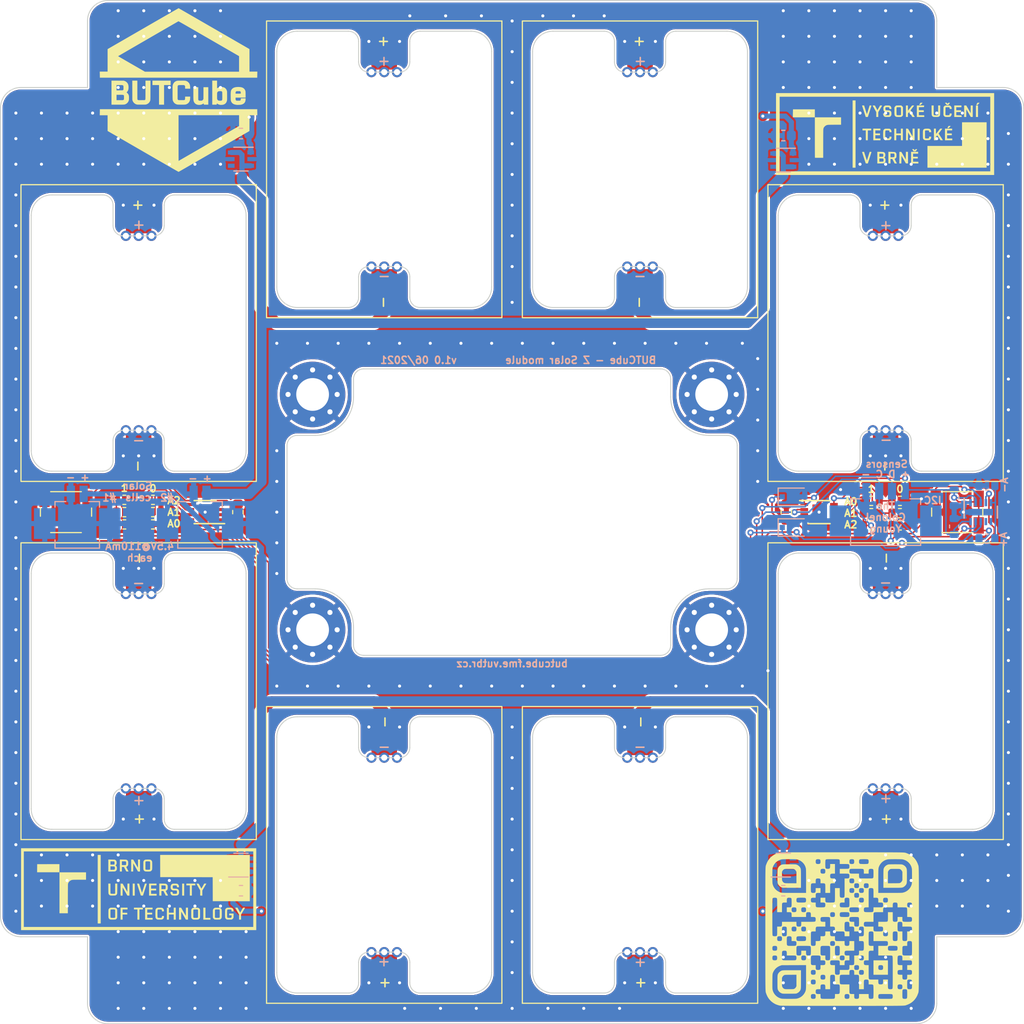
<source format=kicad_pcb>
(kicad_pcb (version 20210623) (generator pcbnew)

  (general
    (thickness 1.6)
  )

  (paper "A4")
  (title_block
    (title "BUTCube - Solar module Z")
    (date "2021-06-04")
    (rev "v1.0")
    (company "VUT")
    (comment 1 "Author: Petr Malaník")
  )

  (layers
    (0 "F.Cu" signal)
    (31 "B.Cu" signal)
    (34 "B.Paste" user)
    (35 "F.Paste" user)
    (36 "B.SilkS" user "B.Silkscreen")
    (37 "F.SilkS" user "F.Silkscreen")
    (38 "B.Mask" user)
    (39 "F.Mask" user)
    (40 "Dwgs.User" user "User.Drawings")
    (41 "Cmts.User" user "User.Comments")
    (42 "Eco1.User" user "User.Eco1")
    (43 "Eco2.User" user "User.Eco2")
    (44 "Edge.Cuts" user)
    (45 "Margin" user)
    (46 "B.CrtYd" user "B.Courtyard")
    (47 "F.CrtYd" user "F.Courtyard")
    (48 "B.Fab" user)
    (49 "F.Fab" user)
    (50 "User.1" user)
    (51 "User.2" user)
  )

  (setup
    (stackup
      (layer "F.SilkS" (type "Top Silk Screen"))
      (layer "F.Paste" (type "Top Solder Paste"))
      (layer "F.Mask" (type "Top Solder Mask") (color "Green") (thickness 0.01))
      (layer "F.Cu" (type "copper") (thickness 0.035))
      (layer "dielectric 1" (type "core") (thickness 1.51) (material "FR4") (epsilon_r 4.5) (loss_tangent 0.02))
      (layer "B.Cu" (type "copper") (thickness 0.035))
      (layer "B.Mask" (type "Bottom Solder Mask") (color "Green") (thickness 0.01))
      (layer "B.Paste" (type "Bottom Solder Paste"))
      (layer "B.SilkS" (type "Bottom Silk Screen"))
      (copper_finish "None")
      (dielectric_constraints no)
    )
    (pad_to_mask_clearance 0.06)
    (solder_mask_min_width 0.105)
    (pcbplotparams
      (layerselection 0x00010f0_ffffffff)
      (disableapertmacros false)
      (usegerberextensions true)
      (usegerberattributes true)
      (usegerberadvancedattributes false)
      (creategerberjobfile false)
      (svguseinch false)
      (svgprecision 6)
      (excludeedgelayer true)
      (plotframeref false)
      (viasonmask false)
      (mode 1)
      (useauxorigin false)
      (hpglpennumber 1)
      (hpglpenspeed 20)
      (hpglpendiameter 15.000000)
      (dxfpolygonmode true)
      (dxfimperialunits true)
      (dxfusepcbnewfont true)
      (psnegative false)
      (psa4output false)
      (plotreference false)
      (plotvalue false)
      (plotinvisibletext false)
      (sketchpadsonfab false)
      (subtractmaskfromsilk false)
      (outputformat 1)
      (mirror false)
      (drillshape 0)
      (scaleselection 1)
      (outputdirectory "gerbers")
    )
  )

  (net 0 "")
  (net 1 "Net-(C1-Pad1)")
  (net 2 "GND")
  (net 3 "Net-(C2-Pad1)")
  (net 4 "Net-(C3-Pad1)")
  (net 5 "Net-(C4-Pad1)")
  (net 6 "VCC")
  (net 7 "/PH_1")
  (net 8 "/PH_2")
  (net 9 "/Solar_unit_1/OUT")
  (net 10 "/SDA")
  (net 11 "/SCL")
  (net 12 "/Solar_unit_3/OUT")
  (net 13 "Net-(R2-Pad2)")
  (net 14 "Net-(R4-Pad2)")
  (net 15 "Net-(R6-Pad2)")
  (net 16 "Net-(R10-Pad1)")
  (net 17 "Net-(R11-Pad2)")
  (net 18 "Net-(R13-Pad2)")
  (net 19 "Net-(R15-Pad2)")
  (net 20 "Net-(SC1-Pad2)")
  (net 21 "Net-(SC3-Pad2)")
  (net 22 "Net-(SC5-Pad2)")
  (net 23 "Net-(SC7-Pad2)")
  (net 24 "unconnected-(U1-Pad3)")
  (net 25 "unconnected-(U2-Pad3)")
  (net 26 "unconnected-(U3-Pad6)")
  (net 27 "unconnected-(U3-Pad7)")

  (footprint "TCY_solar:SM141K04L" (layer "F.Cu") (at 114.5 76.5 -90))

  (footprint "MountingHole:MountingHole_3.2mm_M3_Pad_Via" (layer "F.Cu") (at 131.5 105.5))

  (footprint "TCY_solar:SM141K04L" (layer "F.Cu") (at 163.5 60.5 -90))

  (footprint "TCY_smd_leds:VEMD5160X" (layer "F.Cu") (at 107.4 94 90))

  (footprint "TCY_solar:SM141K04L" (layer "F.Cu") (at 187.5 111.5 90))

  (footprint "MountingHole:MountingHole_3.2mm_M3_Pad_Via" (layer "F.Cu") (at 131.5 82.5))

  (footprint "LOGO" (layer "F.Cu") (at 114.5 130.85))

  (footprint "TCY_passives:R_0603_1608Metric" (layer "F.Cu") (at 188.9 95.3))

  (footprint "Package_DFN_QFN:DFN-8-1EP_3x2mm_P0.5mm_EP1.3x1.5mm" (layer "F.Cu") (at 121 94 180))

  (footprint "TCY_solar:SM141K04L" (layer "F.Cu") (at 114.5 111.5 90))

  (footprint "TCY_solar:SM141K04L" (layer "F.Cu") (at 138.5 60.5 -90))

  (footprint "LOGO" (layer "F.Cu") (at 118.4 52.75))

  (footprint "TCY_smd_leds:VEMD5160X" (layer "F.Cu") (at 194.5 94 -90))

  (footprint "TCY_passives:R_0603_1608Metric" (layer "F.Cu") (at 188.9 94.1))

  (footprint "TCY_solar:SM141K04L" (layer "F.Cu") (at 138.5 127.5 90))

  (footprint "LOGO" (layer "F.Cu")
    (tedit 0) (tstamp 54c3c86d-c900-421b-9fa7-0ac2208e0810)
    (at 183.25 134.75)
    (attr board_only exclude_from_pos_files exclude_from_bom)
    (fp_text reference "G***" (at 0 0) (layer "F.SilkS") hide
      (effects (font (size 1.524 1.524) (thickness 0.3)))
      (tstamp 916817b3-6d27-470d-bc54-fa487ae74e27)
    )
    (fp_text value "LOGO" (at 0.75 0) (layer "F.SilkS") hide
      (effects (font (size 1.524 1.524) (thickness 0.3)))
      (tstamp 8000b8d1-79c5-437f-a04b-61ad80989c3c)
    )
    (fp_poly (pts (xy 4.477607 4.464161)
      (xy 3.065749 4.464161)
      (xy 3.065749 3.758232)
      (xy 3.536368 3.758232)
      (xy 3.53944 3.834849)
      (xy 3.550021 3.890655)
      (xy 3.570163 3.931174)
      (xy 3.601917 3.961928)
      (xy 3.615336 3.970902)
      (xy 3.651051 3.983384)
      (xy 3.704663 3.991117)
      (xy 3.767588 3.99404)
      (xy 3.831242 3.99209)
      (xy 3.887041 3.985205)
      (xy 3.926401 3.973324)
      (xy 3.92675 3.973145)
      (xy 3.962874 3.947069)
      (xy 3.987104 3.909891)
      (xy 4.001149 3.857039)
      (xy 4.006716 3.783939)
      (xy 4.006988 3.758232)
      (xy 4.003002 3.672821)
      (xy 3.98891 3.610145)
      (xy 3.961511 3.56701)
      (xy 3.917603 3.540224)
      (xy 3.853985 3.526594)
      (xy 3.771059 3.522922)
      (xy 3.685648 3.527293)
      (xy 3.622863 3.542462)
      (xy 3.579626 3.571513)
      (xy 3.552862 3.61753)
      (xy 3.539495 3.683597)
      (xy 3.536368 3.758232)
      (xy 3.065749 3.758232)
      (xy 3.065749 3.052303)
      (xy 4.477607 3.052303)) (layer "F.SilkS") (width 0) (fill solid) (tstamp 184c652b-e067-4d67-adfe-c82b168ba530))
    (fp_poly (pts (xy 2.512506 -7.503028)
      (xy 2.848563 -7.502987)
      (xy 3.163002 -7.5029)
      (xy 3.456578 -7.502757)
      (xy 3.730043 -7.502548)
      (xy 3.984152 -7.502263)
      (xy 4.219658 -7.50189)
      (xy 4.437314 -7.501421)
      (xy 4.637875 -7.500843)
      (xy 4.822094 -7.500148)
      (xy 4.990724 -7.499324)
      (xy 5.144519 -7.498362)
      (xy 5.284232 -7.49725)
      (xy 5.410618 -7.495979)
      (xy 5.524429 -7.494537)
      (xy 5.62642 -7.492916)
      (xy 5.717344 -7.491103)
      (xy 5.797955 -7.48909)
      (xy 5.869005 -7.486864)
      (xy 5.931249 -7.484417)
      (xy 5.985441 -7.481738)
      (xy 6.032334 -7.478816)
      (xy 6.072681 -7.47564)
      (xy 6.107236 -7.472201)
      (xy 6.136753 -7.468489)
      (xy 6.161986 -7.464492)
      (xy 6.183687 -7.4602)
      (xy 6.202611 -7.455603)
      (xy 6.219511 -7.450691)
      (xy 6.235141 -7.445453)
      (xy 6.250253 -7.439879)
      (xy 6.265603 -7.433958)
      (xy 6.281944 -7.427681)
      (xy 6.300028 -7.421035)
      (xy 6.315057 -7.415848)
      (xy 6.517963 -7.334306)
      (xy 6.705542 -7.231061)
      (xy 6.876645 -7.10726)
      (xy 7.030126 -6.964053)
      (xy 7.164836 -6.802586)
      (xy 7.279627 -6.624007)
      (xy 7.373353 -6.429463)
      (xy 7.415848 -6.315057)
      (xy 7.422773 -6.295187)
      (xy 7.429323 -6.277621)
      (xy 7.435509 -6.261606)
      (xy 7.44134 -6.246389)
      (xy 7.446827 -6.231216)
      (xy 7.45198 -6.215332)
      (xy 7.456811 -6.197986)
      (xy 7.461328 -6.178422)
      (xy 7.465543 -6.155888)
      (xy 7.469467 -6.129629)
      (xy 7.473108 -6.098893)
      (xy 7.476478 -6.062926)
      (xy 7.479588 -6.020974)
      (xy 7.482447 -5.972283)
      (xy 7.485066 -5.9161)
      (xy 7.487455 -5.851671)
      (xy 7.489625 -5.778243)
      (xy 7.491586 -5.695062)
      (xy 7.493349 -5.601375)
      (xy 7.494923 -5.496427)
      (xy 7.49632 -5.379466)
      (xy 7.49755 -5.249737)
      (xy 7.498622 -5.106488)
      (xy 7.499548 -4.948964)
      (xy 7.500338 -4.776412)
      (xy 7.501002 -4.588078)
      (xy 7.501551 -4.38321)
      (xy 7.501994 -4.161052)
      (xy 7.502343 -3.920852)
      (xy 7.502608 -3.661855)
      (xy 7.502799 -3.383309)
      (xy 7.502927 -3.08446)
      (xy 7.503001 -2.764554)
      (xy 7.503033 -2.422838)
      (xy 7.503033 -2.058558)
      (xy 7.50301 -1.67096)
      (xy 7.502977 -1.25929)
      (xy 7.502942 -0.822796)
      (xy 7.502916 -0.360724)
      (xy 7.502909 0)
      (xy 7.502921 0.481586)
      (xy 7.50295 0.937034)
      (xy 7.502986 1.367096)
      (xy 7.503018 1.772526)
      (xy 7.503035 2.154078)
      (xy 7.503029 2.512506)
      (xy 7.502987 2.848563)
      (xy 7.5029 3.163002)
      (xy 7.502757 3.456578)
      (xy 7.502548 3.730043)
      (xy 7.502262 3.984152)
      (xy 7.50189 4.219658)
      (xy 7.501421 4.437314)
      (xy 7.500843 4.637875)
      (xy 7.500148 4.822094)
      (xy 7.499324 4.990724)
      (xy 7.498362 5.144519)
      (xy 7.49725 5.284232)
      (xy 7.495979 5.410618)
      (xy 7.494537 5.524429)
      (xy 7.492916 5.62642)
      (xy 7.491103 5.717344)
      (xy 7.48909 5.797955)
      (xy 7.486864 5.869005)
      (xy 7.484417 5.931249)
      (xy 7.481738 5.985441)
      (xy 7.478815 6.032334)
      (xy 7.47564 6.072681)
      (xy 7.472201 6.107236)
      (xy 7.468489 6.136753)
      (xy 7.464492 6.161986)
      (xy 7.4602 6.183687)
      (xy 7.455603 6.202611)
      (xy 7.450691 6.219511)
      (xy 7.445453 6.235141)
      (xy 7.439879 6.250253)
      (xy 7.433958 6.265603)
      (xy 7.42768 6.281944)
      (xy 7.421035 6.300028)
      (xy 7.415848 6.315057)
      (xy 7.334306 6.517963)
      (xy 7.231061 6.705542)
      (xy 7.10726 6.876645)
      (xy 6.964053 7.030126)
      (xy 6.802586 7.164836)
      (xy 6.624006 7.279627)
      (xy 6.429463 7.373353)
      (xy 6.315057 7.415848)
      (xy 6.295204 7.422769)
      (xy 6.277659 7.429315)
      (xy 6.26167 7.435497)
      (xy 6.246483 7.441325)
      (xy 6.231346 7.44681)
      (xy 6.215506 7.451962)
      (xy 6.198211 7.45679)
      (xy 6.178707 7.461306)
      (xy 6.156243 7.465518)
      (xy 6.130066 7.469438)
      (xy 6.099423 7.473076)
      (xy 6.063561 7.476441)
      (xy 6.021727 7.479545)
      (xy 5.973169 7.482397)
      (xy 5.917135 7.485007)
      (xy 5.852871 7.487385)
      (xy 5.779625 7.489543)
      (xy 5.696644 7.491489)
      (xy 5.603176 7.493235)
      (xy 5.498467 7.49479)
      (xy 5.381766 7.496165)
      (xy 5.252319 7.49737)
      (xy 5.109374 7.498414)
      (xy 4.952178 7.499309)
      (xy 4.779979 7.500064)
      (xy 4.592024 7.50069)
      (xy 4.387559 7.501196)
      (xy 4.165833 7.501594)
      (xy 3.926093 7.501892)
      (xy 3.667586 7.502102)
      (xy 3.389559 7.502234)
      (xy 3.09126 7.502298)
      (xy 2.771936 7.502303)
      (xy 2.430835 7.50226)
      (xy 2.067203 7.50218)
      (xy 1.680288 7.502073)
      (xy 1.269338 7.501948)
      (xy 0.833599 7.501817)
      (xy 0.372319 7.501688)
      (xy -0.013446 7.501595)
      (xy -0.49848 7.501478)
      (xy -0.957331 7.501345)
      (xy -1.390711 7.501196)
      (xy -1.799329 7.501026)
      (xy -2.183897 7.500835)
      (xy -2.545124 7.500618)
      (xy -2.883721 7.500375)
      (xy -3.200398 7.500102)
      (xy -3.495867 7.499798)
      (xy -3.770837 7.499459)
      (xy -4.026018 7.499084)
      (xy -4.262122 7.49867)
      (xy -4.479858 7.498215)
      (xy -4.679938 7.497716)
      (xy -4.86307 7.497172)
      (xy -5.029967 7.496578)
      (xy -5.181338 7.495934)
      (xy -5.317893 7.495237)
      (xy -5.440344 7.494485)
      (xy -5.5494 7.493674)
      (xy -5.645773 7.492803)
      (xy -5.730171 7.49187)
      (xy -5.803307 7.490872)
      (xy -5.86589 7.489806)
      (xy -5.91863 7.48867)
      (xy -5.962239 7.487462)
      (xy -5.997426 7.48618)
      (xy -6.024903 7.48482)
      (xy -6.045378 7.483382)
      (xy -6.059564 7.481862)
      (xy -6.062966 7.481345)
      (xy -6.171039 7.457918)
      (xy -6.290643 7.423124)
      (xy -6.410972 7.380571)
      (xy -6.52122 7.333868)
      (xy -6.55709 7.316362)
      (xy -6.743521 7.206557)
      (xy -6.912457 7.076696)
      (xy -7.062855 6.927992)
      (xy -7.193674 6.761661)
      (xy -7.303872 6.578917)
      (xy -7.392407 6.380976)
      (xy -7.415848 6.315057)
      (xy -7.422773 6.295187)
      (xy -7.429323 6.277621)
      (xy -7.435509 6.261606)
      (xy -7.44134 6.246389)
      (xy -7.446827 6.231215)
      (xy -7.45198 6.215332)
      (xy -7.456811 6.197985)
      (xy -7.461328 6.178422)
      (xy -7.465543 6.155888)
      (xy -7.469467 6.129629)
      (xy -7.473108 6.098893)
      (xy -7.476478 6.062926)
      (xy -7.479588 6.020974)
      (xy -7.482447 5.972283)
      (xy -7.485066 5.9161)
      (xy -7.487455 5.851671)
      (xy -7.489625 5.778243)
      (xy -7.491586 5.695062)
      (xy -7.493349 5.601375)
      (xy -7.49445 5.52798)
      (xy -6.815529 5.52798)
      (xy -6.81515 5.621055)
      (xy -6.814201 5.697205)
      (xy -6.812629 5.758923)
      (xy -6.810381 5.8087)
      (xy -6.807406 5.849027)
      (xy -6.80365 5.882395)
      (xy -6.799063 5.911297)
      (xy -6.796946 5.922348)
      (xy -6.751668 6.081776)
      (xy -6.682826 6.231562)
      (xy -6.592728 6.369416)
      (xy -6.48368 6.493048)
      (xy -6.357986 6.600167)
      (xy -6.217954 6.688482)
      (xy -6.06589 6.755701)
      (xy -5.916358 6.797142)
      (xy -5.878245 6.801907)
      (xy -5.816696 6.80604)
      (xy -5.735161 6.809538)
      (xy -5.63709 6.812398)
      (xy -5.525932 6.814617)
      (xy -5.405137 6.816193)
      (xy -5.278154 6.817124)
      (xy -5.148433 6.817405)
      (xy -5.019424 6.817035)
      (xy -4.894575 6.816011)
      (xy -4.777337 6.81433)
      (xy -4.671159 6.81199)
      (xy -4.579491 6.808987)
      (xy -4.505783 6.805319)
      (xy -4.453483 6.800983)
      (xy -4.43509 6.798312)
      (xy -4.270053 6.75325)
      (xy -4.115179 6.684375)
      (xy -3.972868 6.593624)
      (xy -3.959435 6.581948)
      (xy -3.052303 6.581948)
      (xy -3.049231 6.658565)
      (xy -3.03865 6.714372)
      (xy -3.018508 6.754891)
      (xy -2.986755 6.785644)
      (xy -2.973336 6.794618)
      (xy -2.937621 6.8071)
      (xy -2.884009 6.814834)
      (xy -2.821084 6.817756)
      (xy -2.75743 6.815806)
      (xy -2.701631 6.808921)
      (xy -2.662271 6.79704)
      (xy -2.661921 6.796861)
      (xy -2.625797 6.770785)
      (xy -2.601567 6.733607)
      (xy -2.587522 6.680755)
      (xy -2.581956 6.607655)
      (xy -2.581683 6.581948)
      (xy -2.585669 6.496537)
      (xy -2.599761 6.433861)
      (xy -2.62716 6.390726)
      (xy -2.671068 6.363941)
      (xy -2.734687 6.35031)
      (xy -2.817612 6.346638)
      (xy -2.903023 6.351009)
      (xy -2.965809 6.366178)
      (xy -3.009045 6.395229)
      (xy -3.03581 6.441246)
      (xy -3.049177 6.507313)
      (xy -3.052303 6.581948)
      (xy -3.959435 6.581948)
      (xy -3.84552 6.482933)
      (xy -3.735536 6.354237)
      (xy -3.645316 6.209472)
      (xy -3.608323 6.131565)
      (xy -3.599688 6.111329)
      (xy -2.581683 6.111329)
      (xy -2.57892 6.188707)
      (xy -2.56853 6.247307)
      (xy -2.547366 6.289642)
      (xy -2.51228 6.318227)
      (xy -2.460125 6.335578)
      (xy -2.387752 6.344209)
      (xy -2.292013 6.346635)
      (xy -2.287152 6.346638)
      (xy -2.111064 6.346638)
      (xy -2.111064 6.522727)
      (xy -2.109881 6.608155)
      (xy -2.105422 6.671458)
      (xy -2.096323 6.717336)
      (xy -2.081218 6.750487)
      (xy -2.058742 6.775611)
      (xy -2.032097 6.794618)
      (xy -2.021086 6.799943)
      (xy -2.005164 6.804347)
      (xy -1.981887 6.807918)
      (xy -1.948814 6.810743)
      (xy -1.903503 6.812908)
      (xy -1.84351 6.814502)
      (xy -1.766396 6.81561)
      (xy -1.669716 6.816322)
      (xy -1.551029 6.816722)
      (xy -1.407893 6.8169)
      (xy -1.407829 6.8169)
      (xy -1.263151 6.816874)
      (xy -1.142963 6.816551)
      (xy -1.044862 6.815857)
      (xy -0.966446 6.814714)
      (xy -0.905312 6.813046)
      (xy -0.85906 6.810775)
      (xy -0.825285 6.807826)
      (xy -0.801587 6.804121)
      (xy -0.785563 6.799585)
      (xy -0.779443 6.796861)
      (xy -0.749366 6.777371)
      (xy -0.727653 6.751894)
      (xy -0.713043 6.716115)
      (xy -0.704278 6.665718)
      (xy -0.700097 6.596391)
      (xy -0.699924 6.581948)
      (xy 0.242033 6.581948)
      (xy 0.245104 6.658565)
      (xy 0.255686 6.714372)
      (xy 0.275828 6.754891)
      (xy 0.307581 6.785644)
      (xy 0.321 6.794618)
      (xy 0.356715 6.8071)
      (xy 0.410327 6.814834)
      (xy 0.473252 6.817756)
      (xy 0.536906 6.815806)
      (xy 0.592705 6.808921)
      (xy 0.632065 6.79704)
      (xy 0.632415 6.796861)
      (xy 0.668538 6.770785)
      (xy 0.692769 6.733607)
      (xy 0.706814 6.680755)
      (xy 0.71238 6.607655)
      (xy 0.712652 6.581948)
      (xy 0.708666 6.496537)
      (xy 0.694574 6.433861)
      (xy 0.667175 6.390726)
      (xy 0.623267 6.363941)
      (xy 0.559649 6.35031)
      (xy 0.476723 6.346638)
      (xy 0.391313 6.351009)
      (xy 0.328527 6.366178)
      (xy 0.28529 6.395229)
      (xy 0.258526 6.441246)
      (xy 0.245159 6.507313)
      (xy 0.242033 6.581948)
      (xy -0.699924 6.581948)
      (xy -0.699206 6.522108)
      (xy -0.699206 6.346638)
      (xy -0.523737 6.346638)
      (xy -0.445478 6.346374)
      (xy -0.382439 6.343832)
      (xy -0.332974 6.336388)
      (xy -0.295439 6.321419)
      (xy -0.268186 6.296302)
      (xy -0.249572 6.258411)
      (xy -0.23795 6.205125)
      (xy -0.231676 6.133819)
      (xy -0.229103 6.041869)
      (xy -0.228586 5.926653)
      (xy -0.228587 5.876019)
      (xy -0.228752 5.751235)
      (xy -0.230347 5.650719)
      (xy -0.235015 5.571847)
      (xy -0.244403 5.511996)
      (xy -0.260155 5.468542)
      (xy -0.283918 5.438861)
      (xy -0.317337 5.42033)
      (xy -0.362057 5.410325)
      (xy -0.419723 5.406223)
      (xy -0.491982 5.405399)
      (xy -0.523737 5.4054)
      (xy -0.699206 5.4054)
      (xy -0.699206 4.994621)
      (xy -0.699267 4.949107)
      (xy -0.231251 4.949107)
      (xy -0.230306 5.04071)
      (xy -0.227917 5.12701)
      (xy -0.224083 5.203412)
      (xy -0.218806 5.265324)
      (xy -0.212084 5.30815)
      (xy -0.206595 5.324186)
      (xy -0.192998 5.34597)
      (xy -0.178701 5.363463)
      (xy -0.160765 5.377137)
      (xy -0.136249 5.387462)
      (xy -0.102216 5.394908)
      (xy -0.055724 5.399944)
      (xy 0.006166 5.403041)
      (xy 0.086394 5.404669)
      (xy 0.187899 5.405299)
      (xy 0.301254 5.4054)
      (xy 0.712652 5.4054)
      (xy 0.712652 5.816798)
      (xy 0.712809 5.935295)
      (xy 0.713378 6.0299)
      (xy 0.714505 6.103611)
      (xy 0.716338 6.159427)
      (xy 0.719023 6.200347)
      (xy 0.722709 6.22937)
      (xy 0.727541 6.249495)
      (xy 0.733667 6.26372)
      (xy 0.734644 6.265425)
      (xy 0.756138 6.29617)
      (xy 0.781692 6.318184)
      (xy 0.815956 6.332851)
      (xy 0.863576 6.341558)
      (xy 0.929201 6.345688)
      (xy 1.007183 6.346638)
      (xy 1.183272 6.346638)
      (xy 1.183272 6.522727)
      (xy 1.184454 6.608155)
      (xy 1.188913 6.671458)
      (xy 1.198013 6.717336)
      (xy 1.213118 6.750487)
      (xy 1.235593 6.775611)
      (xy 1.262239 6.794618)
      (xy 1.297954 6.8071)
      (xy 1.351566 6.814834)
      (xy 1.414491 6.817756)
      (xy 1.478145 6.815806)
      (xy 1.533944 6.808921)
      (xy 1.573304 6.79704)
      (xy 1.573653 6.796861)
      (xy 1.603731 6.777371)
      (xy 1.625444 6.751894)
      (xy 1.640054 6.716115)
      (xy 1.648819 6.665718)
      (xy 1.653 6.596391)
      (xy 1.653891 6.522108)
      (xy 1.653891 6.346638)
      (xy 2.59513 6.346638)
      (xy 2.59513 6.522727)
      (xy 2.597344 6.61959)
      (xy 2.605659 6.692948)
      (xy 2.62258 6.745946)
      (xy 2.650614 6.78173)
      (xy 2.692269 6.803445)
      (xy 2.75005 6.814238)
      (xy 2.826464 6.817254)
      (xy 2.82982 6.817258)
      (xy 2.909726 6.813876)
      (xy 2.968044 6.802595)
      (xy 3.009352 6.78171)
      (xy 3.038232 6.749514)
      (xy 3.045352 6.73702)
      (xy 3.050879 6.712733)
      (xy 3.055642 6.665036)
      (xy 3.059643 6.597401)
      (xy 3.060104 6.585435)
      (xy 3.535311 6.585435)
      (xy 3.538217 6.648891)
      (xy 3.546425 6.702896)
      (xy 3.558189 6.735755)
      (xy 3.569374 6.754457)
      (xy 3.580487 6.770025)
      (xy 3.593954 6.782748)
      (xy 3.6122 6.792915)
      (xy 3.637651 6.800814)
      (xy 3.672734 6.806735)
      (xy 3.719873 6.810966)
      (xy 3.781495 6.813797)
      (xy 3.860027 6.815515)
      (xy 3.957893 6.816411)
      (xy 4.077519 6.816773)
      (xy 4.221332 6.816889)
      (xy 4.239604 6.8169)
      (xy 4.384281 6.816874)
      (xy 4.50447 6.816551)
      (xy 4.602571 6.815857)
      (xy 4.680987 6.814714)
      (xy 4.74212 6.813046)
      (xy 4.788373 6.810775)
      (xy 4.822147 6.807826)
      (xy 4.845845 6.804121)
      (xy 4.86187 6.799585)
      (xy 4.867989 6.796861)
      (xy 4.90315 6.769544)
      (xy 4.92783 6.73702)
      (xy 4.939748 6.697479)
      (xy 4.946706 6.640611)
      (xy 4.948705 6.575523)
      (xy 4.945743 6.511318)
      (xy 4.937822 6.457102)
      (xy 4.92783 6.426876)
      (xy 4.917901 6.408431)
      (xy 4.907282 6.393055)
      (xy 4.893586 6.380467)
      (xy 4.874427 6.37039)
      (xy 4.847417 6.362544)
      (xy 4.810169 6.356649)
      (xy 4.760296 6.352427)
      (xy 4.695412 6.349599)
      (xy 4.613128 6.347885)
      (xy 4.51106 6.347006)
      (xy 4.386818 6.346684)
      (xy 4.241678 6.346638)
      (xy 5.889465 6.346638)
      (xy 5.889671 6.461015)
      (xy 5.890666 6.551716)
      (xy 5.893017 6.62196)
      (xy 5.897291 6.674962)
      (xy 5.904055 6.713941)
      (xy 5.913877 6.742112)
      (xy 5.927323 6.762692)
      (xy 5.944961 6.778899)
      (xy 5.967357 6.79395)
      (xy 5.968433 6.794618)
      (xy 6.004148 6.8071)
      (xy 6.05776 6.814834)
      (xy 6.120684 6.817756)
      (xy 6.184338 6.815806)
      (xy 6.240137 6.808921)
      (xy 6.279497 6.79704)
      (xy 6.279847 6.796861)
      (xy 6.302615 6.783762)
      (xy 6.320625 6.768591)
      (xy 6.334432 6.748232)
      (xy 6.34459 6.719573)
      (xy 6.351656 6.679499)
      (xy 6.356183 6.624896)
      (xy 6.358727 6.552652)
      (xy 6.359842 6.459652)
      (xy 6.360085 6.346638)
      (xy 6.359825 6.230525)
      (xy 6.358675 6.138188)
      (xy 6.35608 6.066514)
      (xy 6.351485 6.01239)
      (xy 6.344335 5.972701)
      (xy 6.334076 5.944334)
      (xy 6.320152 5.924175)
      (xy 6.302008 5.90911)
      (xy 6.279847 5.896416)
      (xy 6.240026 5.884223)
      (xy 6.183615 5.877185)
      (xy 6.119414 5.875259)
      (xy 6.056219 5.878399)
      (xy 6.00283 5.886558)
      (xy 5.970679 5.898011)
      (xy 5.947469 5.912751)
      (xy 5.929157 5.928562)
      (xy 5.915165 5.948644)
      (xy 5.904912 5.976198)
      (xy 5.89782 6.014424)
      (xy 5.893308 6.066524)
      (xy 5.890798 6.135697)
      (xy 5.889711 6.225143)
      (xy 5.889466 6.338064)
      (xy 5.889465 6.346638)
      (xy 4.241678 6.346638)
      (xy 4.094694 6.346665)
      (xy 3.972176 6.346935)
      (xy 3.871701 6.347738)
      (xy 3.790842 6.349362)
      (xy 3.727176 6.352095)
      (xy 3.678276 6.356226)
      (xy 3.641717 6.362042)
      (xy 3.615074 6.369831)
      (xy 3.595923 6.379883)
      (xy 3.581837 6.392485)
      (xy 3.570392 6.407926)
      (xy 3.559162 6.426493)
      (xy 3.55836 6.427852)
      (xy 3.545388 6.465966)
      (xy 3.537704 6.521477)
      (xy 3.535311 6.585435)
      (xy 3.060104 6.585435)
      (xy 3.06288 6.513299)
      (xy 3.065355 6.416202)
      (xy 3.067066 6.309582)
      (xy 3.068015 6.196911)
      (xy 3.0682 6.08166)
      (xy 3.067622 5.967301)
      (xy 3.066282 5.857306)
      (xy 3.064178 5.755147)
      (xy 3.061312 5.664295)
      (xy 3.057682 5.588222)
      (xy 3.053289 5.5304)
      (xy 3.048134 5.4943)
      (xy 3.045352 5.485637)
      (xy 3.025863 5.45556)
      (xy 3.000385 5.433846)
      (xy 2.964606 5.419237)
      (xy 2.91421 5.410472)
      (xy 2.844882 5.406291)
      (xy 2.770599 5.4054)
      (xy 2.59513 5.4054)
      (xy 2.59513 5.22993)
      (xy 2.593776 5.141791)
      (xy 2.588875 5.076133)
      (xy 2.579166 5.028641)
      (xy 2.563389 4.995002)
      (xy 2.540286 4.9709)
      (xy 2.514892 4.955177)
      (xy 2.475071 4.942984)
      (xy 2.41866 4.935947)
      (xy 2.354459 4.93402)
      (xy 2.291264 4.93716)
      (xy 2.237875 4.945319)
      (xy 2.205724 4.956772)
      (xy 2.18394 4.970369)
      (xy 2.166447 4.984666)
      (xy 2.152772 5.002602)
      (xy 2.142448 5.027117)
      (xy 2.135002 5.061151)
      (xy 2.129966 5.107643)
      (xy 2.126869 5.169533)
      (xy 2.12524 5.249761)
      (xy 2.124611 5.351266)
      (xy 2.12451 5.464621)
      (xy 2.12451 5.876019)
      (xy 1.653891 5.876019)
      (xy 1.653891 5.22993)
      (xy 1.653861 5.074524)
      (xy 1.653607 4.943739)
      (xy 1.652885 4.835305)
      (xy 1.651452 4.746951)
      (xy 1.649061 4.676405)
      (xy 1.645469 4.621398)
      (xy 1.640431 4.579657)
      (xy 1.633703 4.548912)
      (xy 1.625041 4.526893)
      (xy 1.614199 4.511328)
      (xy 1.600934 4.499946)
      (xy 1.585001 4.490476)
      (xy 1.573653 4.484558)
      (xy 1.546953 4.47518)
      (xy 1.506821 4.468929)
      (xy 1.448951 4.465396)
      (xy 1.369032 4.464172)
      (xy 1.358741 4.464161)
      (xy 1.183272 4.464161)
      (xy 1.183272 4.288692)
      (xy 1.18203 4.228851)
      (xy 1.653891 4.228851)
      (xy 1.656962 4.305468)
      (xy 1.667544 4.361275)
      (xy 1.687686 4.401794)
      (xy 1.719439 4.432548)
      (xy 1.732858 4.441521)
      (xy 1.768573 4.454003)
      (xy 1.822185 4.461737)
      (xy 1.88511 4.464659)
      (xy 1.948764 4.462709)
      (xy 2.004563 4.455824)
      (xy 2.043923 4.443943)
      (xy 2.044273 4.443764)
      (xy 2.080396 4.417688)
      (xy 2.104627 4.38051)
      (xy 2.118672 4.327658)
      (xy 2.124238 4.254558)
      (xy 2.12451 4.228851)
      (xy 2.120524 4.14344)
      (xy 2.106433 4.080764)
      (xy 2.079033 4.03763)
      (xy 2.035125 4.010844)
      (xy 1.971507 3.997214)
      (xy 1.888581 3.993542)
      (xy 1.803171 3.997912)
      (xy 1.740385 4.013081)
      (xy 1.697148 4.042132)
      (xy 1.670384 4.088149)
      (xy 1.657017 4.154216)
      (xy 1.653891 4.228851)
      (xy 1.18203 4.228851)
      (xy 1.181262 4.19186)
      (xy 1.17354 4.118553)
      (xy 1.157564 4.065591)
      (xy 1.13079 4.029793)
      (xy 1.090677 4.00798)
      (xy 1.034684 3.996972)
      (xy 0.960267 3.993588)
      (xy 0.947343 3.993542)
      (xy 0.870159 3.996321)
      (xy 0.811706 4.006755)
      (xy 0.769475 4.027991)
      (xy 0.740962 4.063174)
      (xy 0.723658 4.115449)
      (xy 0.715058 4.187963)
      (xy 0.712655 4.283861)
      (xy 0.712652 4.288073)
      (xy 0.712652 4.464161)
      (xy 0.301254 4.464161)
      (xy 0.177829 4.46429)
      (xy 0.078357 4.46499)
      (xy -0.000102 4.466731)
      (xy -0.060488 4.469983)
      (xy -0.10574 4.475216)
      (xy -0.138798 4.482902)
      (xy -0.162602 4.493508)
      (xy -0.180091 4.507506)
      (xy -0.194205 4.525366)
      (xy -0.206595 4.545374)
      (xy -0.214314 4.572326)
      (xy -0.22059 4.621538)
      (xy -0.225422 4.688416)
      (xy -0.228809 4.768366)
      (xy -0.230752 4.856795)
      (xy -0.231251 4.949107)
      (xy -0.699267 4.949107)
      (xy -0.699374 4.869758)
      (xy -0.70018 4.768917)
      (xy -0.702075 4.689223)
      (xy -0.705511 4.627808)
      (xy -0.710939 4.581798)
      (xy -0.718812 4.548322)
      (xy -0.729581 4.524509)
      (xy -0.743697 4.507487)
      (xy -0.761614 4.494384)
      (xy -0.779443 4.484558)
      (xy -0.819265 4.472364)
      (xy -0.875676 4.465327)
      (xy -0.939877 4.463401)
      (xy -1.003071 4.46654)
      (xy -1.056461 4.4747)
      (xy -1.088612 4.486153)
      (xy -1.106639 4.496892)
      (xy -1.12178 4.507545)
      (xy -1.134287 4.520412)
      (xy -1.144412 4.537796)
      (xy -1.152405 4.562)
      (xy -1.15852 4.595325)
      (xy -1.163006 4.640074)
      (xy -1.166116 4.698549)
      (xy -1.168101 4.773051)
      (xy -1.169214 4.865884)
      (xy -1.169705 4.97935)
      (xy -1.169826 5.11575)
      (xy -1.169825 5.229311)
      (xy -1.169825 5.876019)
      (xy -1.640445 5.876019)
      (xy -1.640445 5.70055)
      (xy -1.642454 5.603718)
      (xy -1.650176 5.530411)
      (xy -1.666153 5.477449)
      (xy -1.692926 5.441651)
      (xy -1.733039 5.419838)
      (xy -1.789033 5.40883)
      (xy -1.863449 5.405446)
      (xy -1.876374 5.4054)
      (xy -1.953557 5.408179)
      (xy -2.012011 5.418613)
      (xy -2.054241 5.439849)
      (xy -2.082754 5.475032)
      (xy -2.100058 5.527307)
      (xy -2.108658 5.599821)
      (xy -2.111061 5.695719)
      (xy -2.111064 5.699931)
      (xy -2.111064 5.876019)
      (xy -2.287152 5.876019)
      (xy -2.384005 5.878227)
      (xy -2.457353 5.886528)
      (xy -2.510342 5.903436)
      (xy -2.546122 5.931468)
      (xy -2.567839 5.973136)
      (xy -2.578642 6.030957)
      (xy -2.581679 6.107445)
      (xy -2.581683 6.111329)
      (xy -3.599688 6.111329)
      (xy -3.593942 6.097863)
      (xy -3.581274 6.066793)
      (xy -3.570209 6.0365)
      (xy -3.56064 6.005131)
      (xy -3.552457 5.970831)
      (xy -3.545552 5.931748)
      (xy -3.539817 5.886026)
      (xy -3.535144 5.831813)
      (xy -3.531422 5.767254)
      (xy -3.528545 5.690495)
      (xy -3.526403 5.599683)
      (xy -3.524889 5.492964)
      (xy -3.523893 5.368483)
      (xy -3.523306 5.224388)
      (xy -3.523213 5.17009)
      (xy -3.052303 5.17009)
      (xy -3.049231 5.246707)
      (xy -3.03865 5.302513)
      (xy -3.018508 5.343033)
      (xy -2.986755 5.373786)
      (xy -2.973336 5.38276)
      (xy -2.937621 5.395242)
      (xy -2.884009 5.402975)
      (xy -2.821084 5.405898)
      (xy -2.75743 5.403948)
      (xy -2.701631 5.397063)
      (xy -2.662271 5.385182)
      (xy -2.661921 5.385003)
      (xy -2.625797 5.358927)
      (xy -2.601567 5.321749)
      (xy -2.587522 5.268897)
      (xy -2.581956 5.195797)
      (xy -2.581683 5.17009)
      (xy -2.585669 5.084679)
      (xy -2.599761 5.022003)
      (xy -2.62716 4.978868)
      (xy -2.671068 4.952082)
      (xy -2.734687 4.938452)
      (xy -2.817612 4.93478)
      (xy -2.903023 4.939151)
      (xy -2.965809 4.95432)
      (xy -3.009045 4.983371)
      (xy -3.03581 5.029388)
      (xy -3.049177 5.095455)
      (xy -3.052303 5.17009)
      (xy -3.523213 5.17009)
      (xy -3.523022 5.058823)
      (xy -3.52293 4.869935)
      (xy -3.522923 4.699471)
      (xy -2.111064 4.699471)
      (xy -2.107993 4.776087)
      (xy -2.097411 4.831894)
      (xy -2.077269 4.872413)
      (xy -2.045516 4.903167)
      (xy -2.032097 4.912141)
      (xy -1.996382 4.924623)
      (xy -1.94277 4.932356)
      (xy -1.879845 4.935278)
      (xy -1.816191 4.933328)
      (xy -1.760392 4.926444)
      (xy -1.721032 4.914563)
      (xy -1.720682 4.914383)
      (xy -1.684559 4.888307)
      (xy -1.660328 4.85113)
      (xy -1.646283 4.798277)
      (xy -1.640717 4.725178)
      (xy -1.640445 4.699471)
      (xy -1.644431 4.61406)
      (xy -1.658522 4.551383)
      (xy -1.685922 4.508249)
      (xy -1.72983 4.481463)
      (xy -1.793448 4.467833)
      (xy -1.876374 4.464161)
      (xy -1.961784 4.468532)
      (xy -2.02457 4.483701)
      (xy -2.067807 4.512752)
      (xy -2.094571 4.558768)
      (xy -2.107938 4.624835)
      (xy -2.111064 4.699471)
      (xy -3.522923 4.699471)
      (xy -3.522922 4.672727)
      (xy -3.522922 4.228851)
      (xy -3.052303 4.228851)
      (xy -3.049231 4.305468)
      (xy -3.03865 4.361275)
      (xy -3.018508 4.401794)
      (xy -2.986755 4.432548)
      (xy -2.973336 4.441521)
      (xy -2.937621 4.454003)
      (xy -2.884009 4.461737)
      (xy -2.821084 4.464659)
      (xy -2.75743 4.462709)
      (xy -2.701631 4.455824)
      (xy -2.662271 4.443943)
      (xy -2.661921 4.443764)
      (xy -2.625797 4.417688)
      (xy -2.601567 4.38051)
      (xy -2.587522 4.327658)
      (xy -2.581956 4.254558)
      (xy -2.581683 4.228851)
      (xy -2.585669 4.14344)
      (xy -2.599761 4.080764)
      (xy -2.62716 4.03763)
      (xy -2.671068 4.010844)
      (xy -2.734687 3.997214)
      (xy -2.817612 3.993542)
      (xy -2.903023 3.997912)
      (xy -2.965809 4.013081)
      (xy -3.009045 4.042132)
      (xy -3.03581 4.088149)
      (xy -3.049177 4.154216)
      (xy -3.052303 4.228851)
      (xy -3.522922 4.228851)
      (xy -3.522922 3.522086)
      (xy -4.709555 3.52615)
      (xy -5.896188 3.530215)
      (xy -5.995314 3.560686)
      (xy -6.16157 3.624858)
      (xy -6.313431 3.710063)
      (xy -6.448964 3.814693)
      (xy -6.566235 3.937142)
      (xy -6.66331 4.075803)
      (xy -6.702425 4.148174)
      (xy -6.72497 4.193961)
      (xy -6.744081 4.234139)
      (xy -6.760056 4.271332)
      (xy -6.773196 4.30816)
      (xy -6.783799 4.347248)
      (xy -6.792166 4.391218)
      (xy -6.798597 4.442693)
      (xy -6.803391 4.504294)
      (xy -6.806849 4.578646)
      (xy -6.809269 4.668371)
      (xy -6.810952 4.776091)
      (xy -6.812198 4.904429)
      (xy -6.813306 5.056008)
      (xy -6.813767 5.122296)
      (xy -6.814786 5.281092)
      (xy -6.81539 5.415489)
      (xy -6.815529 5.52798)
      (xy -7.49445 5.52798)
      (xy -7.494924 5.496427)
      (xy -7.49632 5.379466)
      (xy -7.49755 5.249737)
      (xy -7.498622 5.106488)
      (xy -7.499548 4.948964)
      (xy -7.500338 4.776412)
      (xy -7.501002 4.588078)
      (xy -7.501551 4.38321)
      (xy -7.501994 4.161052)
      (xy -7.502344 3.920852)
      (xy -7.502608 3.661855)
      (xy -7.502799 3.383309)
      (xy -7.502927 3.08446)
      (xy -7.502989 2.816993)
      (xy -6.817258 2.816993)
      (xy -6.814186 2.89361)
      (xy -6.803605 2.949417)
      (xy -6.783463 2.989936)
      (xy -6.75171 3.020689)
      (xy -6.738291 3.029663)
      (xy -6.702576 3.042145)
      (xy -6.648964 3.049879)
      (xy -6.586039 3.052801)
      (xy -6.522385 3.050851)
      (xy -6.466586 3.043966)
      (xy -6.427226 3.032085)
      (xy -6.426876 3.031906)
      (xy -6.390752 3.00583)
      (xy -6.366522 2.968652)
      (xy -6.352477 2.9158)
      (xy -6.346911 2.8427)
      (xy -6.346638 2.816993)
      (xy -6.350624 2.731582)
      (xy -6.364716 2.668906)
      (xy -6.392115 2.625771)
      (xy -6.436023 2.598986)
      (xy -6.451523 2.595665)
      (xy -5.878663 2.595665)
      (xy -5.877746 2.687233)
      (xy -5.875392 2.77351)
      (xy -5.871598 2.849903)
      (xy -5.866365 2.911821)
      (xy -5.859691 2.954671)
      (xy -5.854198 2.9708)
      (xy -5.843013 2.989502)
      (xy -5.8319 3.00507)
      (xy -5.818433 3.017793)
      (xy -5.800188 3.02796)
      (xy -5.774736 3.035859)
      (xy -5.739654 3.04178)
      (xy -5.692514 3.046011)
      (xy -5.630892 3.048842)
      (xy -5.552361 3.05056)
      (xy -5.454495 3.051456)
      (xy -5.334868 3.051818)
      (xy -5.191056 3.051934)
      (xy -5.172784 3.051945)
      (xy -5.028106 3.051919)
      (xy -4.907918 3.051596)
      (xy -4.809817 3.050902)
      (xy -4.731401 3.049759)
      (xy -4.670267 3.048091)
      (xy -4.624015 3.04582)
      (xy -4.59024 3.042871)
      (xy -4.566542 3.039166)
      (xy -4.550518 3.03463)
      (xy -4.544398 3.031906)
      (xy -4.508275 3.00583)
      (xy -4.484044 2.968652)
      (xy -4.47 2.9158)
      (xy -4.464433 2.8427)
      (xy -4.464161 2.816993)
      (xy -3.993542 2.816993)
      (xy -3.99047 2.89361)
      (xy -3.979889 2.949417)
      (xy -3.959747 2.989936)
      (xy -3.927993 3.020689)
      (xy -3.914574 3.029663)
      (xy -3.878859 3.042145)
      (xy -3.825247 3.049879)
      (xy -3.762322 3.052801)
      (xy -3.698668 3.050851)
      (xy -3.642869 3.043966)
      (xy -3.603509 3.032085)
      (xy -3.60316 3.031906)
      (xy -3.567036 3.00583)
      (xy -3.542806 2.968652)
      (xy -3.534813 2.938575)
      (xy -3.052612 2.938575)
      (xy -3.052303 3.052303)
      (xy -3.0521 3.161577)
      (xy -3.05137 3.24724)
      (xy -3.049926 3.312569)
      (xy -3.047584 3.360843)
      (xy -3.044158 3.395341)
      (xy -3.039464 3.41934)
      (xy -3.033316 3.43612)
      (xy -3.030311 3.441709)
      (xy -3.008817 3.472454)
      (xy -2.983263 3.494467)
      (xy -2.948999 3.509135)
      (xy -2.901379 3.517841)
      (xy -2.835754 3.521972)
      (xy -2.757772 3.522922)
      (xy -2.581683 3.522922)
      (xy -2.581683 3.699011)
      (xy -2.580501 3.784439)
      (xy -2.576042 3.847742)
      (xy -2.566942 3.89362)
      (xy -2.551837 3.926771)
      (xy -2.529362 3.951895)
      (xy -2.502716 3.970902)
      (xy -2.467001 3.983384)
      (xy -2.413389 3.991117)
      (xy -2.350464 3.99404)
      (xy -2.28681 3.99209)
      (xy -2.231011 3.985205)
      (xy -2.191651 3.973324)
      (xy -2.191302 3.973145)
     
... [1186718 chars truncated]
</source>
